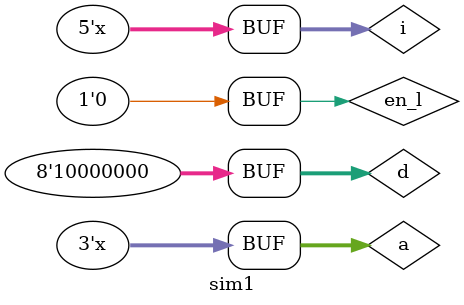
<source format=v>
`timescale 1ns / 1ps


module sim1;
    reg en_l=0;
    reg [2:0]a=0;
    reg [7:0]d=0;
    wire y;
    wire y_l;
    x151 u151(en_l,a,d,y,y_l);
    always #10 begin
    a=a+1;
    d=0;#10
    d=1;
    repeat(7)begin #10 d=d<<1; end
    end

//    reg [3:0]i=0;
//    wire o;
//    dsbjq4_x151 uut(i,o);
//    always #10 i=i+1;
    
    reg [4:0]i=0;
    wire o;
    f uut(i,o);
    always #10 i=i+1;
endmodule

</source>
